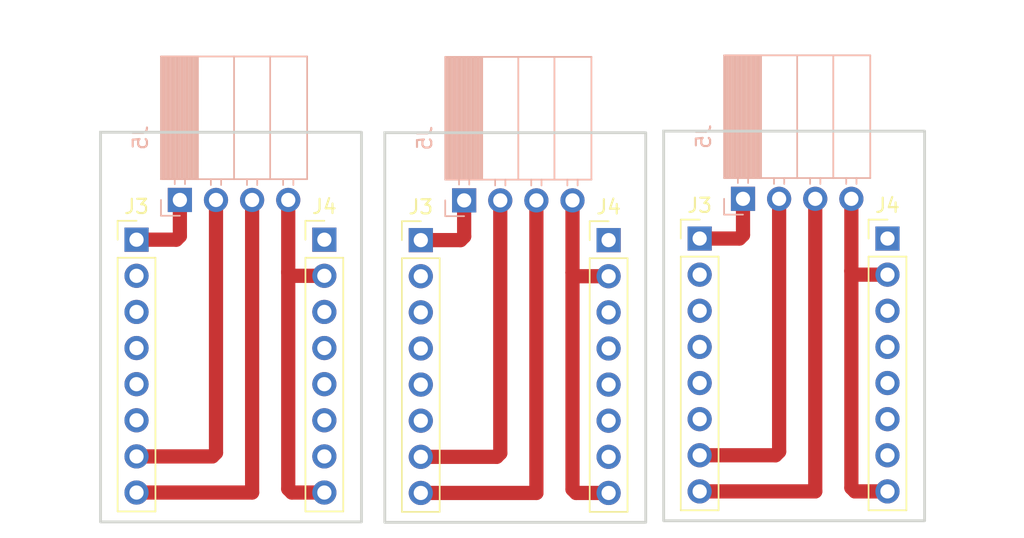
<source format=kicad_pcb>
(kicad_pcb (version 20211014) (generator pcbnew)
  (layers (0 "F.Cu" signal) (31 "B.Cu" signal) (34 "B.Paste" user) (35 "F.Paste" user) (36 "B.SilkS" user "B.Silkscreen") (37 "F.SilkS" user "F.Silkscreen") (38 "B.Mask" user) (39 "F.Mask" user) (44 "Edge.Cuts" user))
  (net 0 "")
  (net 1 "Net-(J3-Pad1)")
  (net 7 "Net-(J3-Pad7)")
  (net 8 "Net-(J3-Pad8)")
  (net 10 "Net-(J4-Pad2)")
  (footprint "Connector_PinHeader_2.54mm:PinHeader_1x08_P2.54mm_Vertical" (layer "F.Cu") (at 142.24 86.614)
    (fp_text reference "J4" (at 0 -2.33) (layer "F.SilkS"))
    (fp_text value "Conn_01x08_MountingPin")
    (fp_line (start 1.33 1.27) (end 1.33 19.11) (layer "F.SilkS") (width 0.12))
    (fp_line (start -1.33 -1.33) (end 0 -1.33) (layer "F.SilkS") (width 0.12))
    (fp_line (start -1.33 19.11) (end 1.33 19.11) (layer "F.SilkS") (width 0.12))
    (fp_line (start -1.33 1.27) (end 1.33 1.27) (layer "F.SilkS") (width 0.12))
    (fp_line (start -1.33 1.27) (end -1.33 19.11) (layer "F.SilkS") (width 0.12))
    (fp_line (start -1.33 0) (end -1.33 -1.33) (layer "F.SilkS") (width 0.12))
    (pad "1" thru_hole rect (at 0 0) (size 1.7 1.7) (drill 1) (layers *.Cu *.Mask))
    (pad "2" thru_hole oval (at 0 2.54) (size 1.7 1.7) (drill 1) (layers *.Cu *.Mask) (net 10 "Net-(J4-Pad2)"))
    (pad "3" thru_hole oval (at 0 5.08) (size 1.7 1.7) (drill 1) (layers *.Cu *.Mask))
    (pad "4" thru_hole oval (at 0 7.62) (size 1.7 1.7) (drill 1) (layers *.Cu *.Mask))
    (pad "5" thru_hole oval (at 0 10.16) (size 1.7 1.7) (drill 1) (layers *.Cu *.Mask))
    (pad "6" thru_hole oval (at 0 12.7) (size 1.7 1.7) (drill 1) (layers *.Cu *.Mask))
    (pad "7" thru_hole oval (at 0 15.24) (size 1.7 1.7) (drill 1) (layers *.Cu *.Mask))
    (pad "8" thru_hole oval (at 0 17.78) (size 1.7 1.7) (drill 1) (layers *.Cu *.Mask) (net 10 "Net-(J4-Pad2)"))
  )
  (footprint "Connector_PinHeader_2.54mm:PinHeader_1x08_P2.54mm_Vertical" (layer "F.Cu") (at 129.032 86.614)
    (fp_text reference "J3" (at 0 -2.33) (layer "F.SilkS"))
    (fp_text value "Conn_01x08_MountingPin")
    (fp_line (start 1.33 1.27) (end 1.33 19.11) (layer "F.SilkS") (width 0.12))
    (fp_line (start -1.33 1.27) (end 1.33 1.27) (layer "F.SilkS") (width 0.12))
    (fp_line (start -1.33 1.27) (end -1.33 19.11) (layer "F.SilkS") (width 0.12))
    (fp_line (start -1.33 -1.33) (end 0 -1.33) (layer "F.SilkS") (width 0.12))
    (fp_line (start -1.33 19.11) (end 1.33 19.11) (layer "F.SilkS") (width 0.12))
    (fp_line (start -1.33 0) (end -1.33 -1.33) (layer "F.SilkS") (width 0.12))
    (pad "1" thru_hole rect (at 0 0) (size 1.7 1.7) (drill 1) (layers *.Cu *.Mask) (net 1 "Net-(J3-Pad1)"))
    (pad "2" thru_hole oval (at 0 2.54) (size 1.7 1.7) (drill 1) (layers *.Cu *.Mask))
    (pad "3" thru_hole oval (at 0 5.08) (size 1.7 1.7) (drill 1) (layers *.Cu *.Mask))
    (pad "4" thru_hole oval (at 0 7.62) (size 1.7 1.7) (drill 1) (layers *.Cu *.Mask))
    (pad "5" thru_hole oval (at 0 10.16) (size 1.7 1.7) (drill 1) (layers *.Cu *.Mask))
    (pad "6" thru_hole oval (at 0 12.7) (size 1.7 1.7) (drill 1) (layers *.Cu *.Mask))
    (pad "7" thru_hole oval (at 0 15.24) (size 1.7 1.7) (drill 1) (layers *.Cu *.Mask) (net 7 "Net-(J3-Pad7)"))
    (pad "8" thru_hole oval (at 0 17.78) (size 1.7 1.7) (drill 1) (layers *.Cu *.Mask) (net 8 "Net-(J3-Pad8)"))
  )
  (footprint "Connector_PinHeader_2.54mm:PinHeader_1x08_P2.54mm_Vertical" (layer "F.Cu") (at 122.63 86.724)
    (fp_text reference "J4" (at 0 -2.33) (layer "F.SilkS"))
    (fp_text value "Conn_01x08_MountingPin")
    (fp_line (start 1.33 1.27) (end 1.33 19.11) (layer "F.SilkS") (width 0.12))
    (fp_line (start -1.33 -1.33) (end 0 -1.33) (layer "F.SilkS") (width 0.12))
    (fp_line (start -1.33 19.11) (end 1.33 19.11) (layer "F.SilkS") (width 0.12))
    (fp_line (start -1.33 1.27) (end 1.33 1.27) (layer "F.SilkS") (width 0.12))
    (fp_line (start -1.33 1.27) (end -1.33 19.11) (layer "F.SilkS") (width 0.12))
    (fp_line (start -1.33 0) (end -1.33 -1.33) (layer "F.SilkS") (width 0.12))
    (pad "1" thru_hole rect (at 0 0) (size 1.7 1.7) (drill 1) (layers *.Cu *.Mask))
    (pad "2" thru_hole oval (at 0 2.54) (size 1.7 1.7) (drill 1) (layers *.Cu *.Mask) (net 10 "Net-(J4-Pad2)"))
    (pad "3" thru_hole oval (at 0 5.08) (size 1.7 1.7) (drill 1) (layers *.Cu *.Mask))
    (pad "4" thru_hole oval (at 0 7.62) (size 1.7 1.7) (drill 1) (layers *.Cu *.Mask))
    (pad "5" thru_hole oval (at 0 10.16) (size 1.7 1.7) (drill 1) (layers *.Cu *.Mask))
    (pad "6" thru_hole oval (at 0 12.7) (size 1.7 1.7) (drill 1) (layers *.Cu *.Mask))
    (pad "7" thru_hole oval (at 0 15.24) (size 1.7 1.7) (drill 1) (layers *.Cu *.Mask))
    (pad "8" thru_hole oval (at 0 17.78) (size 1.7 1.7) (drill 1) (layers *.Cu *.Mask) (net 10 "Net-(J4-Pad2)"))
  )
  (footprint "Connector_PinHeader_2.54mm:PinHeader_1x08_P2.54mm_Vertical" (layer "F.Cu") (at 109.422 86.724)
    (fp_text reference "J3" (at 0 -2.33) (layer "F.SilkS"))
    (fp_text value "Conn_01x08_MountingPin")
    (fp_line (start 1.33 1.27) (end 1.33 19.11) (layer "F.SilkS") (width 0.12))
    (fp_line (start -1.33 1.27) (end 1.33 1.27) (layer "F.SilkS") (width 0.12))
    (fp_line (start -1.33 1.27) (end -1.33 19.11) (layer "F.SilkS") (width 0.12))
    (fp_line (start -1.33 -1.33) (end 0 -1.33) (layer "F.SilkS") (width 0.12))
    (fp_line (start -1.33 19.11) (end 1.33 19.11) (layer "F.SilkS") (width 0.12))
    (fp_line (start -1.33 0) (end -1.33 -1.33) (layer "F.SilkS") (width 0.12))
    (pad "1" thru_hole rect (at 0 0) (size 1.7 1.7) (drill 1) (layers *.Cu *.Mask) (net 1 "Net-(J3-Pad1)"))
    (pad "2" thru_hole oval (at 0 2.54) (size 1.7 1.7) (drill 1) (layers *.Cu *.Mask))
    (pad "3" thru_hole oval (at 0 5.08) (size 1.7 1.7) (drill 1) (layers *.Cu *.Mask))
    (pad "4" thru_hole oval (at 0 7.62) (size 1.7 1.7) (drill 1) (layers *.Cu *.Mask))
    (pad "5" thru_hole oval (at 0 10.16) (size 1.7 1.7) (drill 1) (layers *.Cu *.Mask))
    (pad "6" thru_hole oval (at 0 12.7) (size 1.7 1.7) (drill 1) (layers *.Cu *.Mask))
    (pad "7" thru_hole oval (at 0 15.24) (size 1.7 1.7) (drill 1) (layers *.Cu *.Mask) (net 7 "Net-(J3-Pad7)"))
    (pad "8" thru_hole oval (at 0 17.78) (size 1.7 1.7) (drill 1) (layers *.Cu *.Mask) (net 8 "Net-(J3-Pad8)"))
  )
  (footprint "Connector_PinHeader_2.54mm:PinHeader_1x08_P2.54mm_Vertical" (layer "F.Cu") (at 102.64 86.694)
    (fp_text reference "J4" (at 0 -2.33) (layer "F.SilkS"))
    (fp_text value "Conn_01x08_MountingPin")
    (fp_line (start 1.33 1.27) (end 1.33 19.11) (layer "F.SilkS") (width 0.12))
    (fp_line (start -1.33 -1.33) (end 0 -1.33) (layer "F.SilkS") (width 0.12))
    (fp_line (start -1.33 19.11) (end 1.33 19.11) (layer "F.SilkS") (width 0.12))
    (fp_line (start -1.33 1.27) (end 1.33 1.27) (layer "F.SilkS") (width 0.12))
    (fp_line (start -1.33 1.27) (end -1.33 19.11) (layer "F.SilkS") (width 0.12))
    (fp_line (start -1.33 0) (end -1.33 -1.33) (layer "F.SilkS") (width 0.12))
    (pad "1" thru_hole rect (at 0 0) (size 1.7 1.7) (drill 1) (layers *.Cu *.Mask))
    (pad "2" thru_hole oval (at 0 2.54) (size 1.7 1.7) (drill 1) (layers *.Cu *.Mask) (net 10 "Net-(J4-Pad2)"))
    (pad "3" thru_hole oval (at 0 5.08) (size 1.7 1.7) (drill 1) (layers *.Cu *.Mask))
    (pad "4" thru_hole oval (at 0 7.62) (size 1.7 1.7) (drill 1) (layers *.Cu *.Mask))
    (pad "5" thru_hole oval (at 0 10.16) (size 1.7 1.7) (drill 1) (layers *.Cu *.Mask))
    (pad "6" thru_hole oval (at 0 12.7) (size 1.7 1.7) (drill 1) (layers *.Cu *.Mask))
    (pad "7" thru_hole oval (at 0 15.24) (size 1.7 1.7) (drill 1) (layers *.Cu *.Mask))
    (pad "8" thru_hole oval (at 0 17.78) (size 1.7 1.7) (drill 1) (layers *.Cu *.Mask) (net 10 "Net-(J4-Pad2)"))
  )
  (footprint "Connector_PinHeader_2.54mm:PinHeader_1x08_P2.54mm_Vertical" (layer "F.Cu") (at 89.432 86.694)
    (fp_text reference "J3" (at 0 -2.33) (layer "F.SilkS"))
    (fp_text value "Conn_01x08_MountingPin")
    (fp_line (start 1.33 1.27) (end 1.33 19.11) (layer "F.SilkS") (width 0.12))
    (fp_line (start -1.33 1.27) (end 1.33 1.27) (layer "F.SilkS") (width 0.12))
    (fp_line (start -1.33 1.27) (end -1.33 19.11) (layer "F.SilkS") (width 0.12))
    (fp_line (start -1.33 -1.33) (end 0 -1.33) (layer "F.SilkS") (width 0.12))
    (fp_line (start -1.33 19.11) (end 1.33 19.11) (layer "F.SilkS") (width 0.12))
    (fp_line (start -1.33 0) (end -1.33 -1.33) (layer "F.SilkS") (width 0.12))
    (pad "1" thru_hole rect (at 0 0) (size 1.7 1.7) (drill 1) (layers *.Cu *.Mask) (net 1 "Net-(J3-Pad1)"))
    (pad "2" thru_hole oval (at 0 2.54) (size 1.7 1.7) (drill 1) (layers *.Cu *.Mask))
    (pad "3" thru_hole oval (at 0 5.08) (size 1.7 1.7) (drill 1) (layers *.Cu *.Mask))
    (pad "4" thru_hole oval (at 0 7.62) (size 1.7 1.7) (drill 1) (layers *.Cu *.Mask))
    (pad "5" thru_hole oval (at 0 10.16) (size 1.7 1.7) (drill 1) (layers *.Cu *.Mask))
    (pad "6" thru_hole oval (at 0 12.7) (size 1.7 1.7) (drill 1) (layers *.Cu *.Mask))
    (pad "7" thru_hole oval (at 0 15.24) (size 1.7 1.7) (drill 1) (layers *.Cu *.Mask) (net 7 "Net-(J3-Pad7)"))
    (pad "8" thru_hole oval (at 0 17.78) (size 1.7 1.7) (drill 1) (layers *.Cu *.Mask) (net 8 "Net-(J3-Pad8)"))
  )
  (footprint "Connector_PinSocket_2.54mm:PinSocket_1x04_P2.54mm_Horizontal" (layer "B.Cu") (at 132.08 83.82 -90)
    (fp_text reference "J5" (at -4.38 2.77 90) (layer "B.SilkS") (effects (justify mirror)))
    (fp_text value "Conn_01x04_MountingPin")
    (fp_line (start -10.09 1.33) (end -10.09 -8.95) (layer "B.SilkS") (width 0.12))
    (fp_line (start -10.09 0.147145) (end -1.46 0.147145) (layer "B.SilkS") (width 0.12))
    (fp_line (start -10.09 -1.1519) (end -1.46 -1.1519) (layer "B.SilkS") (width 0.12))
    (fp_line (start -10.09 1.091905) (end -1.46 1.091905) (layer "B.SilkS") (width 0.12))
    (fp_line (start -10.09 -0.089045) (end -1.46 -0.089045) (layer "B.SilkS") (width 0.12))
    (fp_line (start -1.46 -0.36) (end -1.11 -0.36) (layer "B.SilkS") (width 0.12))
    (fp_line (start -1.46 1.33) (end -1.46 -8.95) (layer "B.SilkS") (width 0.12))
    (fp_line (start -10.09 0.50143) (end -1.46 0.50143) (layer "B.SilkS") (width 0.12))
    (fp_line (start 0 1.33) (end 1.11 1.33) (layer "B.SilkS") (width 0.12))
    (fp_line (start 1.11 1.33) (end 1.11 0) (layer "B.SilkS") (width 0.12))
    (fp_line (start -10.09 -0.91571) (end -1.46 -0.91571) (layer "B.SilkS") (width 0.12))
    (fp_line (start -10.09 -8.95) (end -1.46 -8.95) (layer "B.SilkS") (width 0.12))
    (fp_line (start -1.46 -2.18) (end -1.05 -2.18) (layer "B.SilkS") (width 0.12))
    (fp_line (start -10.09 0.855715) (end -1.46 0.855715) (layer "B.SilkS") (width 0.12))
    (fp_line (start -10.09 -0.20714) (end -1.46 -0.20714) (layer "B.SilkS") (width 0.12))
    (fp_line (start -10.09 1.33) (end -1.46 1.33) (layer "B.SilkS") (width 0.12))
    (fp_line (start -10.09 -6.35) (end -1.46 -6.35) (layer "B.SilkS") (width 0.12))
    (fp_line (start -1.46 -7.26) (end -1.05 -7.26) (layer "B.SilkS") (width 0.12))
    (fp_line (start -10.09 -0.67952) (end -1.46 -0.67952) (layer "B.SilkS") (width 0.12))
    (fp_line (start -1.46 0.36) (end -1.11 0.36) (layer "B.SilkS") (width 0.12))
    (fp_line (start -10.09 0.383335) (end -1.46 0.383335) (layer "B.SilkS") (width 0.12))
    (fp_line (start -1.46 -7.98) (end -1.05 -7.98) (layer "B.SilkS") (width 0.12))
    (fp_line (start -10.09 0.97381) (end -1.46 0.97381) (layer "B.SilkS") (width 0.12))
    (fp_line (start -10.09 -0.797615) (end -1.46 -0.797615) (layer "B.SilkS") (width 0.12))
    (fp_line (start -10.09 -1.27) (end -1.46 -1.27) (layer "B.SilkS") (width 0.12))
    (fp_line (start -1.46 -4.72) (end -1.05 -4.72) (layer "B.SilkS") (width 0.12))
    (fp_line (start -10.09 -0.325235) (end -1.46 -0.325235) (layer "B.SilkS") (width 0.12))
    (fp_line (start -10.09 -3.81) (end -1.46 -3.81) (layer "B.SilkS") (width 0.12))
    (fp_line (start -10.09 -0.44333) (end -1.46 -0.44333) (layer "B.SilkS") (width 0.12))
    (fp_line (start -10.09 0.26524) (end -1.46 0.26524) (layer "B.SilkS") (width 0.12))
    (fp_line (start -10.09 -0.561425) (end -1.46 -0.561425) (layer "B.SilkS") (width 0.12))
    (fp_line (start -10.09 -1.033805) (end -1.46 -1.033805) (layer "B.SilkS") (width 0.12))
    (fp_line (start -10.09 0.02905) (end -1.46 0.02905) (layer "B.SilkS") (width 0.12))
    (fp_line (start -10.09 0.73762) (end -1.46 0.73762) (layer "B.SilkS") (width 0.12))
    (fp_line (start -1.46 -2.9) (end -1.05 -2.9) (layer "B.SilkS") (width 0.12))
    (fp_line (start -10.09 0.619525) (end -1.46 0.619525) (layer "B.SilkS") (width 0.12))
    (fp_line (start -10.09 1.21) (end -1.46 1.21) (layer "B.SilkS") (width 0.12))
    (fp_line (start -1.46 -5.44) (end -1.05 -5.44) (layer "B.SilkS") (width 0.12))
    (pad "1" thru_hole rect (at 0 0 270) (size 1.7 1.7) (drill 1) (layers *.Cu *.Mask) (net 1 "Net-(J3-Pad1)"))
    (pad "2" thru_hole oval (at 0 -2.54 270) (size 1.7 1.7) (drill 1) (layers *.Cu *.Mask) (net 7 "Net-(J3-Pad7)"))
    (pad "3" thru_hole oval (at 0 -5.08 270) (size 1.7 1.7) (drill 1) (layers *.Cu *.Mask) (net 8 "Net-(J3-Pad8)"))
    (pad "4" thru_hole oval (at 0 -7.62 270) (size 1.7 1.7) (drill 1) (layers *.Cu *.Mask) (net 10 "Net-(J4-Pad2)"))
  )
  (footprint "Connector_PinSocket_2.54mm:PinSocket_1x04_P2.54mm_Horizontal" (layer "B.Cu") (at 112.47 83.93 -90)
    (fp_text reference "J5" (at -4.38 2.77 90) (layer "B.SilkS") (effects (justify mirror)))
    (fp_text value "Conn_01x04_MountingPin")
    (fp_line (start -10.09 1.33) (end -10.09 -8.95) (layer "B.SilkS") (width 0.12))
    (fp_line (start -10.09 0.147145) (end -1.46 0.147145) (layer "B.SilkS") (width 0.12))
    (fp_line (start -10.09 -1.1519) (end -1.46 -1.1519) (layer "B.SilkS") (width 0.12))
    (fp_line (start -10.09 1.091905) (end -1.46 1.091905) (layer "B.SilkS") (width 0.12))
    (fp_line (start -10.09 -0.089045) (end -1.46 -0.089045) (layer "B.SilkS") (width 0.12))
    (fp_line (start -1.46 -0.36) (end -1.11 -0.36) (layer "B.SilkS") (width 0.12))
    (fp_line (start -1.46 1.33) (end -1.46 -8.95) (layer "B.SilkS") (width 0.12))
    (fp_line (start -10.09 0.50143) (end -1.46 0.50143) (layer "B.SilkS") (width 0.12))
    (fp_line (start 0 1.33) (end 1.11 1.33) (layer "B.SilkS") (width 0.12))
    (fp_line (start 1.11 1.33) (end 1.11 0) (layer "B.SilkS") (width 0.12))
    (fp_line (start -10.09 -0.91571) (end -1.46 -0.91571) (layer "B.SilkS") (width 0.12))
    (fp_line (start -10.09 -8.95) (end -1.46 -8.95) (layer "B.SilkS") (width 0.12))
    (fp_line (start -1.46 -2.18) (end -1.05 -2.18) (layer "B.SilkS") (width 0.12))
    (fp_line (start -10.09 0.855715) (end -1.46 0.855715) (layer "B.SilkS") (width 0.12))
    (fp_line (start -10.09 -0.20714) (end -1.46 -0.20714) (layer "B.SilkS") (width 0.12))
    (fp_line (start -10.09 1.33) (end -1.46 1.33) (layer "B.SilkS") (width 0.12))
    (fp_line (start -10.09 -6.35) (end -1.46 -6.35) (layer "B.SilkS") (width 0.12))
    (fp_line (start -1.46 -7.26) (end -1.05 -7.26) (layer "B.SilkS") (width 0.12))
    (fp_line (start -10.09 -0.67952) (end -1.46 -0.67952) (layer "B.SilkS") (width 0.12))
    (fp_line (start -1.46 0.36) (end -1.11 0.36) (layer "B.SilkS") (width 0.12))
    (fp_line (start -10.09 0.383335) (end -1.46 0.383335) (layer "B.SilkS") (width 0.12))
    (fp_line (start -1.46 -7.98) (end -1.05 -7.98) (layer "B.SilkS") (width 0.12))
    (fp_line (start -10.09 0.97381) (end -1.46 0.97381) (layer "B.SilkS") (width 0.12))
    (fp_line (start -10.09 -0.797615) (end -1.46 -0.797615) (layer "B.SilkS") (width 0.12))
    (fp_line (start -10.09 -1.27) (end -1.46 -1.27) (layer "B.SilkS") (width 0.12))
    (fp_line (start -1.46 -4.72) (end -1.05 -4.72) (layer "B.SilkS") (width 0.12))
    (fp_line (start -10.09 -0.325235) (end -1.46 -0.325235) (layer "B.SilkS") (width 0.12))
    (fp_line (start -10.09 -3.81) (end -1.46 -3.81) (layer "B.SilkS") (width 0.12))
    (fp_line (start -10.09 -0.44333) (end -1.46 -0.44333) (layer "B.SilkS") (width 0.12))
    (fp_line (start -10.09 0.26524) (end -1.46 0.26524) (layer "B.SilkS") (width 0.12))
    (fp_line (start -10.09 -0.561425) (end -1.46 -0.561425) (layer "B.SilkS") (width 0.12))
    (fp_line (start -10.09 -1.033805) (end -1.46 -1.033805) (layer "B.SilkS") (width 0.12))
    (fp_line (start -10.09 0.02905) (end -1.46 0.02905) (layer "B.SilkS") (width 0.12))
    (fp_line (start -10.09 0.73762) (end -1.46 0.73762) (layer "B.SilkS") (width 0.12))
    (fp_line (start -1.46 -2.9) (end -1.05 -2.9) (layer "B.SilkS") (width 0.12))
    (fp_line (start -10.09 0.619525) (end -1.46 0.619525) (layer "B.SilkS") (width 0.12))
    (fp_line (start -10.09 1.21) (end -1.46 1.21) (layer "B.SilkS") (width 0.12))
    (fp_line (start -1.46 -5.44) (end -1.05 -5.44) (layer "B.SilkS") (width 0.12))
    (pad "1" thru_hole rect (at 0 0 270) (size 1.7 1.7) (drill 1) (layers *.Cu *.Mask) (net 1 "Net-(J3-Pad1)"))
    (pad "2" thru_hole oval (at 0 -2.54 270) (size 1.7 1.7) (drill 1) (layers *.Cu *.Mask) (net 7 "Net-(J3-Pad7)"))
    (pad "3" thru_hole oval (at 0 -5.08 270) (size 1.7 1.7) (drill 1) (layers *.Cu *.Mask) (net 8 "Net-(J3-Pad8)"))
    (pad "4" thru_hole oval (at 0 -7.62 270) (size 1.7 1.7) (drill 1) (layers *.Cu *.Mask) (net 10 "Net-(J4-Pad2)"))
  )
  (footprint "Connector_PinSocket_2.54mm:PinSocket_1x04_P2.54mm_Horizontal" (layer "B.Cu") (at 92.48 83.9 -90)
    (fp_text reference "J5" (at -4.38 2.77 90) (layer "B.SilkS") (effects (justify mirror)))
    (fp_text value "Conn_01x04_MountingPin")
    (fp_line (start -10.09 1.33) (end -10.09 -8.95) (layer "B.SilkS") (width 0.12))
    (fp_line (start -10.09 0.147145) (end -1.46 0.147145) (layer "B.SilkS") (width 0.12))
    (fp_line (start -10.09 -1.1519) (end -1.46 -1.1519) (layer "B.SilkS") (width 0.12))
    (fp_line (start -10.09 1.091905) (end -1.46 1.091905) (layer "B.SilkS") (width 0.12))
    (fp_line (start -10.09 -0.089045) (end -1.46 -0.089045) (layer "B.SilkS") (width 0.12))
    (fp_line (start -1.46 -0.36) (end -1.11 -0.36) (layer "B.SilkS") (width 0.12))
    (fp_line (start -1.46 1.33) (end -1.46 -8.95) (layer "B.SilkS") (width 0.12))
    (fp_line (start -10.09 0.50143) (end -1.46 0.50143) (layer "B.SilkS") (width 0.12))
    (fp_line (start 0 1.33) (end 1.11 1.33) (layer "B.SilkS") (width 0.12))
    (fp_line (start 1.11 1.33) (end 1.11 0) (layer "B.SilkS") (width 0.12))
    (fp_line (start -10.09 -0.91571) (end -1.46 -0.91571) (layer "B.SilkS") (width 0.12))
    (fp_line (start -10.09 -8.95) (end -1.46 -8.95) (layer "B.SilkS") (width 0.12))
    (fp_line (start -1.46 -2.18) (end -1.05 -2.18) (layer "B.SilkS") (width 0.12))
    (fp_line (start -10.09 0.855715) (end -1.46 0.855715) (layer "B.SilkS") (width 0.12))
    (fp_line (start -10.09 -0.20714) (end -1.46 -0.20714) (layer "B.SilkS") (width 0.12))
    (fp_line (start -10.09 1.33) (end -1.46 1.33) (layer "B.SilkS") (width 0.12))
    (fp_line (start -10.09 -6.35) (end -1.46 -6.35) (layer "B.SilkS") (width 0.12))
    (fp_line (start -1.46 -7.26) (end -1.05 -7.26) (layer "B.SilkS") (width 0.12))
    (fp_line (start -10.09 -0.67952) (end -1.46 -0.67952) (layer "B.SilkS") (width 0.12))
    (fp_line (start -1.46 0.36) (end -1.11 0.36) (layer "B.SilkS") (width 0.12))
    (fp_line (start -10.09 0.383335) (end -1.46 0.383335) (layer "B.SilkS") (width 0.12))
    (fp_line (start -1.46 -7.98) (end -1.05 -7.98) (layer "B.SilkS") (width 0.12))
    (fp_line (start -10.09 0.97381) (end -1.46 0.97381) (layer "B.SilkS") (width 0.12))
    (fp_line (start -10.09 -0.797615) (end -1.46 -0.797615) (layer "B.SilkS") (width 0.12))
    (fp_line (start -10.09 -1.27) (end -1.46 -1.27) (layer "B.SilkS") (width 0.12))
    (fp_line (start -1.46 -4.72) (end -1.05 -4.72) (layer "B.SilkS") (width 0.12))
    (fp_line (start -10.09 -0.325235) (end -1.46 -0.325235) (layer "B.SilkS") (width 0.12))
    (fp_line (start -10.09 -3.81) (end -1.46 -3.81) (layer "B.SilkS") (width 0.12))
    (fp_line (start -10.09 -0.44333) (end -1.46 -0.44333) (layer "B.SilkS") (width 0.12))
    (fp_line (start -10.09 0.26524) (end -1.46 0.26524) (layer "B.SilkS") (width 0.12))
    (fp_line (start -10.09 -0.561425) (end -1.46 -0.561425) (layer "B.SilkS") (width 0.12))
    (fp_line (start -10.09 -1.033805) (end -1.46 -1.033805) (layer "B.SilkS") (width 0.12))
    (fp_line (start -10.09 0.02905) (end -1.46 0.02905) (layer "B.SilkS") (width 0.12))
    (fp_line (start -10.09 0.73762) (end -1.46 0.73762) (layer "B.SilkS") (width 0.12))
    (fp_line (start -1.46 -2.9) (end -1.05 -2.9) (layer "B.SilkS") (width 0.12))
    (fp_line (start -10.09 0.619525) (end -1.46 0.619525) (layer "B.SilkS") (width 0.12))
    (fp_line (start -10.09 1.21) (end -1.46 1.21) (layer "B.SilkS") (width 0.12))
    (fp_line (start -1.46 -5.44) (end -1.05 -5.44) (layer "B.SilkS") (width 0.12))
    (pad "1" thru_hole rect (at 0 0 270) (size 1.7 1.7) (drill 1) (layers *.Cu *.Mask) (net 1 "Net-(J3-Pad1)"))
    (pad "2" thru_hole oval (at 0 -2.54 270) (size 1.7 1.7) (drill 1) (layers *.Cu *.Mask) (net 7 "Net-(J3-Pad7)"))
    (pad "3" thru_hole oval (at 0 -5.08 270) (size 1.7 1.7) (drill 1) (layers *.Cu *.Mask) (net 8 "Net-(J3-Pad8)"))
    (pad "4" thru_hole oval (at 0 -7.62 270) (size 1.7 1.7) (drill 1) (layers *.Cu *.Mask) (net 10 "Net-(J4-Pad2)"))
  )
  (gr_rect (start 126.5 79.06) (end 144.85 106.46) (layer "Edge.Cuts") (width 0.2) (fill none))
  (gr_rect (start 106.89 79.17) (end 125.24 106.57) (layer "Edge.Cuts") (width 0.2) (fill none))
  (gr_rect (start 86.9 79.14) (end 105.25 106.54) (layer "Edge.Cuts") (width 0.2) (fill none))
  (segment (start 132.08 86.36) (end 132.08 83.82) (width 1) (layer "F.Cu") (net 1))
  (segment (start 112.216 86.724) (end 112.47 86.47) (width 1) (layer "F.Cu") (net 1))
  (segment (start 112.47 86.47) (end 112.47 83.93) (width 1) (layer "F.Cu") (net 1))
  (segment (start 131.826 86.614) (end 132.08 86.36) (width 1) (layer "F.Cu") (net 1))
  (segment (start 129.032 86.614) (end 131.826 86.614) (width 1) (layer "F.Cu") (net 1))
  (segment (start 92.226 86.694) (end 92.48 86.44) (width 1) (layer "F.Cu") (net 1))
  (segment (start 89.432 86.694) (end 92.226 86.694) (width 1) (layer "F.Cu") (net 1))
  (segment (start 109.422 86.724) (end 112.216 86.724) (width 1) (layer "F.Cu") (net 1))
  (segment (start 92.48 86.44) (end 92.48 83.9) (width 1) (layer "F.Cu") (net 1))
  (segment (start 94.766 101.934) (end 95.02 101.68) (width 1) (layer "F.Cu") (net 7))
  (segment (start 114.756 101.964) (end 115.01 101.71) (width 1) (layer "F.Cu") (net 7))
  (segment (start 129.032 101.854) (end 129.286 101.6) (width 0.25) (layer "F.Cu") (net 7))
  (segment (start 115.01 101.71) (end 115.01 83.93) (width 1) (layer "F.Cu") (net 7))
  (segment (start 134.62 101.6) (end 134.62 83.82) (width 1) (layer "F.Cu") (net 7))
  (segment (start 134.366 101.854) (end 134.62 101.6) (width 1) (layer "F.Cu") (net 7))
  (segment (start 95.02 101.68) (end 95.02 83.9) (width 1) (layer "F.Cu") (net 7))
  (segment (start 109.422 101.964) (end 114.756 101.964) (width 1) (layer "F.Cu") (net 7))
  (segment (start 129.032 101.854) (end 134.366 101.854) (width 1) (layer "F.Cu") (net 7))
  (segment (start 89.432 101.934) (end 89.686 101.68) (width 0.25) (layer "F.Cu") (net 7))
  (segment (start 109.422 101.964) (end 109.676 101.71) (width 0.25) (layer "F.Cu") (net 7))
  (segment (start 89.432 101.934) (end 94.766 101.934) (width 1) (layer "F.Cu") (net 7))
  (segment (start 117.55 104.504) (end 117.55 83.93) (width 1) (layer "F.Cu") (net 8))
  (segment (start 137.16 104.394) (end 137.16 83.82) (width 1) (layer "F.Cu") (net 8))
  (segment (start 89.432 104.474) (end 97.56 104.474) (width 1) (layer "F.Cu") (net 8))
  (segment (start 129.032 104.394) (end 137.16 104.394) (width 1) (layer "F.Cu") (net 8))
  (segment (start 97.56 104.474) (end 97.56 83.9) (width 1) (layer "F.Cu") (net 8))
  (segment (start 109.422 104.504) (end 117.55 104.504) (width 1) (layer "F.Cu") (net 8))
  (segment (start 120.344 104.504) (end 120.09 104.25) (width 1) (layer "F.Cu") (net 10))
  (segment (start 122.63 89.264) (end 120.344 89.264) (width 1) (layer "F.Cu") (net 10))
  (segment (start 120.09 89.01) (end 120.09 83.93) (width 1) (layer "F.Cu") (net 10))
  (segment (start 139.7 104.14) (end 139.7 88.9) (width 1) (layer "F.Cu") (net 10))
  (segment (start 102.64 104.474) (end 100.354 104.474) (width 1) (layer "F.Cu") (net 10))
  (segment (start 100.1 88.98) (end 100.1 83.9) (width 1) (layer "F.Cu") (net 10))
  (segment (start 139.954 89.154) (end 139.7 88.9) (width 1) (layer "F.Cu") (net 10))
  (segment (start 120.344 89.264) (end 120.09 89.01) (width 1) (layer "F.Cu") (net 10))
  (segment (start 142.24 104.394) (end 139.954 104.394) (width 1) (layer "F.Cu") (net 10))
  (segment (start 100.354 104.474) (end 100.1 104.22) (width 1) (layer "F.Cu") (net 10))
  (segment (start 102.64 89.234) (end 100.354 89.234) (width 1) (layer "F.Cu") (net 10))
  (segment (start 100.1 104.22) (end 100.1 88.98) (width 1) (layer "F.Cu") (net 10))
  (segment (start 122.63 104.504) (end 120.344 104.504) (width 1) (layer "F.Cu") (net 10))
  (segment (start 120.09 104.25) (end 120.09 89.01) (width 1) (layer "F.Cu") (net 10))
  (segment (start 100.354 89.234) (end 100.1 88.98) (width 1) (layer "F.Cu") (net 10))
  (segment (start 139.7 88.9) (end 139.7 83.82) (width 1) (layer "F.Cu") (net 10))
  (segment (start 142.24 89.154) (end 139.954 89.154) (width 1) (layer "F.Cu") (net 10))
  (segment (start 139.954 104.394) (end 139.7 104.14) (width 1) (layer "F.Cu") (net 10))
)
</source>
